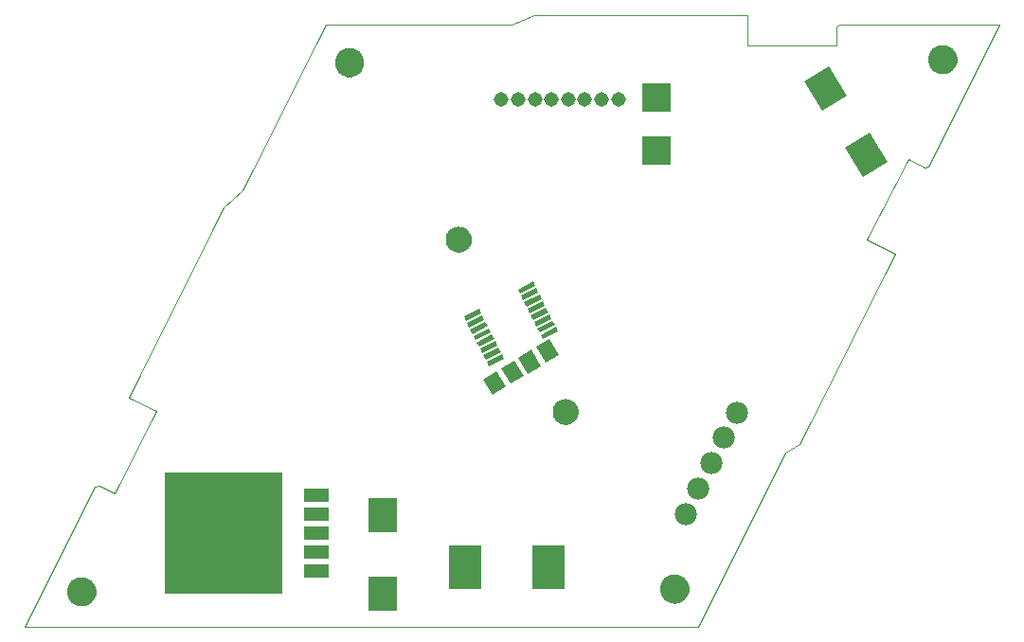
<source format=gts>
G75*
%MOIN*%
%OFA0B0*%
%FSLAX24Y24*%
%IPPOS*%
%LPD*%
%AMOC8*
5,1,8,0,0,1.08239X$1,22.5*
%
%ADD10C,0.0000*%
%ADD11C,0.1024*%
%ADD12C,0.0906*%
%ADD13R,0.0603X0.0178*%
%ADD14R,0.0552X0.0670*%
%ADD15R,0.1221X0.1024*%
%ADD16R,0.1024X0.1221*%
%ADD17C,0.0516*%
%ADD18R,0.4138X0.4292*%
%ADD19R,0.0890X0.0460*%
%ADD20R,0.1142X0.1536*%
%ADD21C,0.0780*%
%ADD22R,0.1040X0.1040*%
%ADD23R,0.0552X0.0631*%
D10*
X001464Y000942D02*
X003925Y005873D01*
X004112Y005912D01*
X004642Y005647D01*
X006093Y008539D01*
X005142Y009018D01*
X008482Y015706D01*
X009141Y016296D01*
X012065Y022152D01*
X018610Y022152D01*
X019397Y022467D01*
X026907Y022467D01*
X026907Y021414D01*
X030047Y021414D01*
X030047Y022074D01*
X030145Y022152D01*
X035785Y022152D01*
X033275Y017133D01*
X033147Y017113D01*
X032557Y017408D01*
X031120Y014554D01*
X032097Y014066D01*
X028748Y007379D01*
X028236Y007064D01*
X025175Y000942D01*
X001464Y000942D01*
X002981Y002181D02*
X002983Y002225D01*
X002989Y002269D01*
X002999Y002312D01*
X003012Y002354D01*
X003030Y002394D01*
X003051Y002433D01*
X003075Y002470D01*
X003102Y002505D01*
X003133Y002537D01*
X003166Y002566D01*
X003202Y002592D01*
X003240Y002614D01*
X003280Y002633D01*
X003321Y002649D01*
X003364Y002661D01*
X003407Y002669D01*
X003451Y002673D01*
X003495Y002673D01*
X003539Y002669D01*
X003582Y002661D01*
X003625Y002649D01*
X003666Y002633D01*
X003706Y002614D01*
X003744Y002592D01*
X003780Y002566D01*
X003813Y002537D01*
X003844Y002505D01*
X003871Y002470D01*
X003895Y002433D01*
X003916Y002394D01*
X003934Y002354D01*
X003947Y002312D01*
X003957Y002269D01*
X003963Y002225D01*
X003965Y002181D01*
X003963Y002137D01*
X003957Y002093D01*
X003947Y002050D01*
X003934Y002008D01*
X003916Y001968D01*
X003895Y001929D01*
X003871Y001892D01*
X003844Y001857D01*
X003813Y001825D01*
X003780Y001796D01*
X003744Y001770D01*
X003706Y001748D01*
X003666Y001729D01*
X003625Y001713D01*
X003582Y001701D01*
X003539Y001693D01*
X003495Y001689D01*
X003451Y001689D01*
X003407Y001693D01*
X003364Y001701D01*
X003321Y001713D01*
X003280Y001729D01*
X003240Y001748D01*
X003202Y001770D01*
X003166Y001796D01*
X003133Y001825D01*
X003102Y001857D01*
X003075Y001892D01*
X003051Y001929D01*
X003030Y001968D01*
X003012Y002008D01*
X002999Y002050D01*
X002989Y002093D01*
X002983Y002137D01*
X002981Y002181D01*
X016313Y014581D02*
X016315Y014622D01*
X016321Y014663D01*
X016331Y014703D01*
X016344Y014742D01*
X016361Y014779D01*
X016382Y014815D01*
X016406Y014849D01*
X016433Y014880D01*
X016462Y014908D01*
X016495Y014934D01*
X016529Y014956D01*
X016566Y014975D01*
X016604Y014990D01*
X016644Y015002D01*
X016684Y015010D01*
X016725Y015014D01*
X016767Y015014D01*
X016808Y015010D01*
X016848Y015002D01*
X016888Y014990D01*
X016926Y014975D01*
X016962Y014956D01*
X016997Y014934D01*
X017030Y014908D01*
X017059Y014880D01*
X017086Y014849D01*
X017110Y014815D01*
X017131Y014779D01*
X017148Y014742D01*
X017161Y014703D01*
X017171Y014663D01*
X017177Y014622D01*
X017179Y014581D01*
X017177Y014540D01*
X017171Y014499D01*
X017161Y014459D01*
X017148Y014420D01*
X017131Y014383D01*
X017110Y014347D01*
X017086Y014313D01*
X017059Y014282D01*
X017030Y014254D01*
X016997Y014228D01*
X016963Y014206D01*
X016926Y014187D01*
X016888Y014172D01*
X016848Y014160D01*
X016808Y014152D01*
X016767Y014148D01*
X016725Y014148D01*
X016684Y014152D01*
X016644Y014160D01*
X016604Y014172D01*
X016566Y014187D01*
X016530Y014206D01*
X016495Y014228D01*
X016462Y014254D01*
X016433Y014282D01*
X016406Y014313D01*
X016382Y014347D01*
X016361Y014383D01*
X016344Y014420D01*
X016331Y014459D01*
X016321Y014499D01*
X016315Y014540D01*
X016313Y014581D01*
X020065Y008510D02*
X020067Y008551D01*
X020073Y008592D01*
X020083Y008632D01*
X020096Y008671D01*
X020113Y008708D01*
X020134Y008744D01*
X020158Y008778D01*
X020185Y008809D01*
X020214Y008837D01*
X020247Y008863D01*
X020281Y008885D01*
X020318Y008904D01*
X020356Y008919D01*
X020396Y008931D01*
X020436Y008939D01*
X020477Y008943D01*
X020519Y008943D01*
X020560Y008939D01*
X020600Y008931D01*
X020640Y008919D01*
X020678Y008904D01*
X020714Y008885D01*
X020749Y008863D01*
X020782Y008837D01*
X020811Y008809D01*
X020838Y008778D01*
X020862Y008744D01*
X020883Y008708D01*
X020900Y008671D01*
X020913Y008632D01*
X020923Y008592D01*
X020929Y008551D01*
X020931Y008510D01*
X020929Y008469D01*
X020923Y008428D01*
X020913Y008388D01*
X020900Y008349D01*
X020883Y008312D01*
X020862Y008276D01*
X020838Y008242D01*
X020811Y008211D01*
X020782Y008183D01*
X020749Y008157D01*
X020715Y008135D01*
X020678Y008116D01*
X020640Y008101D01*
X020600Y008089D01*
X020560Y008081D01*
X020519Y008077D01*
X020477Y008077D01*
X020436Y008081D01*
X020396Y008089D01*
X020356Y008101D01*
X020318Y008116D01*
X020282Y008135D01*
X020247Y008157D01*
X020214Y008183D01*
X020185Y008211D01*
X020158Y008242D01*
X020134Y008276D01*
X020113Y008312D01*
X020096Y008349D01*
X020083Y008388D01*
X020073Y008428D01*
X020067Y008469D01*
X020065Y008510D01*
X023850Y002278D02*
X023852Y002322D01*
X023858Y002366D01*
X023868Y002409D01*
X023881Y002451D01*
X023899Y002491D01*
X023920Y002530D01*
X023944Y002567D01*
X023971Y002602D01*
X024002Y002634D01*
X024035Y002663D01*
X024071Y002689D01*
X024109Y002711D01*
X024149Y002730D01*
X024190Y002746D01*
X024233Y002758D01*
X024276Y002766D01*
X024320Y002770D01*
X024364Y002770D01*
X024408Y002766D01*
X024451Y002758D01*
X024494Y002746D01*
X024535Y002730D01*
X024575Y002711D01*
X024613Y002689D01*
X024649Y002663D01*
X024682Y002634D01*
X024713Y002602D01*
X024740Y002567D01*
X024764Y002530D01*
X024785Y002491D01*
X024803Y002451D01*
X024816Y002409D01*
X024826Y002366D01*
X024832Y002322D01*
X024834Y002278D01*
X024832Y002234D01*
X024826Y002190D01*
X024816Y002147D01*
X024803Y002105D01*
X024785Y002065D01*
X024764Y002026D01*
X024740Y001989D01*
X024713Y001954D01*
X024682Y001922D01*
X024649Y001893D01*
X024613Y001867D01*
X024575Y001845D01*
X024535Y001826D01*
X024494Y001810D01*
X024451Y001798D01*
X024408Y001790D01*
X024364Y001786D01*
X024320Y001786D01*
X024276Y001790D01*
X024233Y001798D01*
X024190Y001810D01*
X024149Y001826D01*
X024109Y001845D01*
X024071Y001867D01*
X024035Y001893D01*
X024002Y001922D01*
X023971Y001954D01*
X023944Y001989D01*
X023920Y002026D01*
X023899Y002065D01*
X023881Y002105D01*
X023868Y002147D01*
X023858Y002190D01*
X023852Y002234D01*
X023850Y002278D01*
X012400Y020808D02*
X012402Y020852D01*
X012408Y020896D01*
X012418Y020939D01*
X012431Y020981D01*
X012449Y021021D01*
X012470Y021060D01*
X012494Y021097D01*
X012521Y021132D01*
X012552Y021164D01*
X012585Y021193D01*
X012621Y021219D01*
X012659Y021241D01*
X012699Y021260D01*
X012740Y021276D01*
X012783Y021288D01*
X012826Y021296D01*
X012870Y021300D01*
X012914Y021300D01*
X012958Y021296D01*
X013001Y021288D01*
X013044Y021276D01*
X013085Y021260D01*
X013125Y021241D01*
X013163Y021219D01*
X013199Y021193D01*
X013232Y021164D01*
X013263Y021132D01*
X013290Y021097D01*
X013314Y021060D01*
X013335Y021021D01*
X013353Y020981D01*
X013366Y020939D01*
X013376Y020896D01*
X013382Y020852D01*
X013384Y020808D01*
X013382Y020764D01*
X013376Y020720D01*
X013366Y020677D01*
X013353Y020635D01*
X013335Y020595D01*
X013314Y020556D01*
X013290Y020519D01*
X013263Y020484D01*
X013232Y020452D01*
X013199Y020423D01*
X013163Y020397D01*
X013125Y020375D01*
X013085Y020356D01*
X013044Y020340D01*
X013001Y020328D01*
X012958Y020320D01*
X012914Y020316D01*
X012870Y020316D01*
X012826Y020320D01*
X012783Y020328D01*
X012740Y020340D01*
X012699Y020356D01*
X012659Y020375D01*
X012621Y020397D01*
X012585Y020423D01*
X012552Y020452D01*
X012521Y020484D01*
X012494Y020519D01*
X012470Y020556D01*
X012449Y020595D01*
X012431Y020635D01*
X012418Y020677D01*
X012408Y020720D01*
X012402Y020764D01*
X012400Y020808D01*
X033280Y020913D02*
X033282Y020957D01*
X033288Y021001D01*
X033298Y021044D01*
X033311Y021086D01*
X033329Y021126D01*
X033350Y021165D01*
X033374Y021202D01*
X033401Y021237D01*
X033432Y021269D01*
X033465Y021298D01*
X033501Y021324D01*
X033539Y021346D01*
X033579Y021365D01*
X033620Y021381D01*
X033663Y021393D01*
X033706Y021401D01*
X033750Y021405D01*
X033794Y021405D01*
X033838Y021401D01*
X033881Y021393D01*
X033924Y021381D01*
X033965Y021365D01*
X034005Y021346D01*
X034043Y021324D01*
X034079Y021298D01*
X034112Y021269D01*
X034143Y021237D01*
X034170Y021202D01*
X034194Y021165D01*
X034215Y021126D01*
X034233Y021086D01*
X034246Y021044D01*
X034256Y021001D01*
X034262Y020957D01*
X034264Y020913D01*
X034262Y020869D01*
X034256Y020825D01*
X034246Y020782D01*
X034233Y020740D01*
X034215Y020700D01*
X034194Y020661D01*
X034170Y020624D01*
X034143Y020589D01*
X034112Y020557D01*
X034079Y020528D01*
X034043Y020502D01*
X034005Y020480D01*
X033965Y020461D01*
X033924Y020445D01*
X033881Y020433D01*
X033838Y020425D01*
X033794Y020421D01*
X033750Y020421D01*
X033706Y020425D01*
X033663Y020433D01*
X033620Y020445D01*
X033579Y020461D01*
X033539Y020480D01*
X033501Y020502D01*
X033465Y020528D01*
X033432Y020557D01*
X033401Y020589D01*
X033374Y020624D01*
X033350Y020661D01*
X033329Y020700D01*
X033311Y020740D01*
X033298Y020782D01*
X033288Y020825D01*
X033282Y020869D01*
X033280Y020913D01*
D11*
X033772Y020913D03*
X012892Y020808D03*
X024342Y002278D03*
X003473Y002181D03*
D12*
X020498Y008510D03*
X016746Y014581D03*
D13*
G36*
X018824Y012820D02*
X019361Y013089D01*
X019440Y012930D01*
X018903Y012661D01*
X018824Y012820D01*
G37*
G36*
X018939Y012591D02*
X019476Y012860D01*
X019555Y012701D01*
X019018Y012432D01*
X018939Y012591D01*
G37*
G36*
X019053Y012363D02*
X019590Y012632D01*
X019669Y012473D01*
X019132Y012204D01*
X019053Y012363D01*
G37*
G36*
X019168Y012134D02*
X019705Y012403D01*
X019784Y012244D01*
X019247Y011975D01*
X019168Y012134D01*
G37*
G36*
X019282Y011905D02*
X019819Y012174D01*
X019898Y012015D01*
X019361Y011746D01*
X019282Y011905D01*
G37*
G36*
X019397Y011676D02*
X019934Y011945D01*
X020013Y011786D01*
X019476Y011517D01*
X019397Y011676D01*
G37*
G36*
X019511Y011447D02*
X020048Y011716D01*
X020127Y011557D01*
X019590Y011288D01*
X019511Y011447D01*
G37*
G36*
X019626Y011218D02*
X020163Y011487D01*
X020242Y011328D01*
X019705Y011059D01*
X019626Y011218D01*
G37*
G36*
X017725Y010266D02*
X018262Y010535D01*
X018341Y010376D01*
X017804Y010107D01*
X017725Y010266D01*
G37*
G36*
X017611Y010495D02*
X018148Y010764D01*
X018227Y010605D01*
X017690Y010336D01*
X017611Y010495D01*
G37*
G36*
X017496Y010724D02*
X018033Y010993D01*
X018112Y010834D01*
X017575Y010565D01*
X017496Y010724D01*
G37*
G36*
X017381Y010953D02*
X017918Y011222D01*
X017997Y011063D01*
X017460Y010794D01*
X017381Y010953D01*
G37*
G36*
X017267Y011182D02*
X017804Y011451D01*
X017883Y011292D01*
X017346Y011023D01*
X017267Y011182D01*
G37*
G36*
X017152Y011411D02*
X017689Y011680D01*
X017768Y011521D01*
X017231Y011252D01*
X017152Y011411D01*
G37*
G36*
X017038Y011639D02*
X017575Y011908D01*
X017654Y011749D01*
X017117Y011480D01*
X017038Y011639D01*
G37*
G36*
X016923Y011868D02*
X017460Y012137D01*
X017539Y011978D01*
X017002Y011709D01*
X016923Y011868D01*
G37*
D14*
G36*
X019651Y010118D02*
X019181Y009830D01*
X018831Y010400D01*
X019301Y010688D01*
X019651Y010118D01*
G37*
G36*
X020289Y010509D02*
X019819Y010221D01*
X019469Y010791D01*
X019939Y011079D01*
X020289Y010509D01*
G37*
D15*
G36*
X030976Y016756D02*
X030338Y017795D01*
X031210Y018330D01*
X031848Y017291D01*
X030976Y016756D01*
G37*
G36*
X029536Y019106D02*
X028898Y020145D01*
X029770Y020680D01*
X030408Y019641D01*
X029536Y019106D01*
G37*
D16*
X014069Y004859D03*
X014069Y002103D03*
D17*
X018247Y019497D03*
X018838Y019497D03*
X019428Y019497D03*
X020019Y019497D03*
X020590Y019497D03*
X021180Y019497D03*
X021771Y019497D03*
X022361Y019497D03*
D18*
X008474Y004245D03*
D19*
X011754Y004245D03*
X011754Y004915D03*
X011754Y005585D03*
X011754Y003575D03*
X011754Y002905D03*
D20*
X016989Y003032D03*
X019902Y003032D03*
D21*
X024726Y004915D03*
X025180Y005806D03*
X025634Y006697D03*
X026088Y007588D03*
X026542Y008479D03*
D22*
X023722Y017713D03*
X023722Y019563D03*
D23*
G36*
X019030Y009781D02*
X018561Y009493D01*
X018232Y010029D01*
X018701Y010317D01*
X019030Y009781D01*
G37*
G36*
X018392Y009390D02*
X017923Y009102D01*
X017594Y009638D01*
X018063Y009926D01*
X018392Y009390D01*
G37*
M02*

</source>
